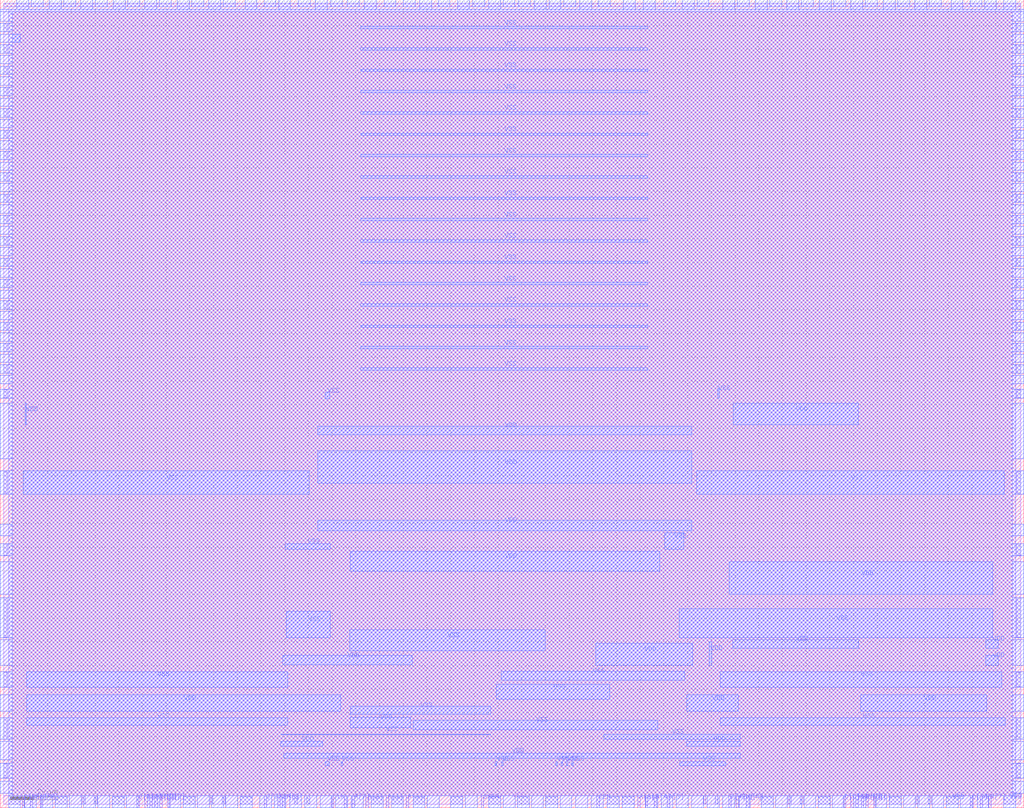
<source format=lef>
VERSION 5.7 ;
  NOWIREEXTENSIONATPIN ON ;
  DIVIDERCHAR "/" ;
  BUSBITCHARS "[]" ;
MACRO gf180mcu_fd_ip_sram__sram256x8m8wm1
  CLASS BLOCK ;
  FOREIGN gf180mcu_fd_ip_sram__sram256x8m8wm1 ;
  ORIGIN 0.000 0.000 ;
  SIZE 431.860 BY 340.880 ;
  SYMMETRY X Y R90 ;
  PIN A[7]
    DIRECTION INPUT ;
    USE SIGNAL ;
    ANTENNADIFFAREA 1.997600 ;
    PORT
      LAYER Metal2 ;
        RECT 148.525 0.000 149.645 5.000 ;
    END
  END A[7]
  PIN A[6]
    DIRECTION INPUT ;
    USE SIGNAL ;
    ANTENNADIFFAREA 1.997600 ;
    PORT
      LAYER Metal2 ;
        RECT 268.860 0.000 269.980 5.000 ;
    END
  END A[6]
  PIN A[5]
    DIRECTION INPUT ;
    USE SIGNAL ;
    ANTENNADIFFAREA 1.997600 ;
    PORT
      LAYER Metal2 ;
        RECT 272.085 0.000 273.205 5.000 ;
    END
  END A[5]
  PIN A[4]
    DIRECTION INPUT ;
    USE SIGNAL ;
    ANTENNADIFFAREA 1.997600 ;
    PORT
      LAYER Metal2 ;
        RECT 275.820 0.000 276.940 5.000 ;
    END
  END A[4]
  PIN A[3]
    DIRECTION INPUT ;
    USE SIGNAL ;
    ANTENNADIFFAREA 1.997600 ;
    PORT
      LAYER Metal2 ;
        RECT 281.325 0.000 282.445 5.000 ;
    END
  END A[3]
  PIN A[2]
    DIRECTION INPUT ;
    USE SIGNAL ;
    ANTENNADIFFAREA 1.997600 ;
    PORT
      LAYER Metal2 ;
        RECT 154.295 0.000 155.415 5.000 ;
    END
  END A[2]
  PIN A[1]
    DIRECTION INPUT ;
    USE SIGNAL ;
    ANTENNADIFFAREA 1.997600 ;
    PORT
      LAYER Metal2 ;
        RECT 162.760 0.000 163.880 5.000 ;
    END
  END A[1]
  PIN A[0]
    DIRECTION INPUT ;
    USE SIGNAL ;
    ANTENNADIFFAREA 1.997600 ;
    PORT
      LAYER Metal2 ;
        RECT 171.215 0.000 172.335 5.000 ;
    END
  END A[0]
  PIN CEN
    DIRECTION INPUT ;
    USE SIGNAL ;
    ANTENNADIFFAREA 1.997600 ;
    PORT
      LAYER Metal2 ;
        RECT 251.710 0.000 252.830 5.000 ;
    END
  END CEN
  PIN CLK
    DIRECTION INPUT ;
    USE SIGNAL ;
    ANTENNAGATEAREA 44.706600 ;
    PORT
      LAYER Metal2 ;
        RECT 139.680 0.000 140.800 5.000 ;
    END
  END CLK
  PIN D[7]
    DIRECTION INPUT ;
    USE SIGNAL ;
    ANTENNAGATEAREA 1.152000 ;
    PORT
      LAYER Metal2 ;
        RECT 416.860 0.000 417.980 5.000 ;
    END
  END D[7]
  PIN D[6]
    DIRECTION INPUT ;
    USE SIGNAL ;
    ANTENNAGATEAREA 1.152000 ;
    PORT
      LAYER Metal2 ;
        RECT 365.150 0.000 366.270 5.000 ;
    END
  END D[6]
  PIN D[5]
    DIRECTION INPUT ;
    USE SIGNAL ;
    ANTENNAGATEAREA 1.152000 ;
    PORT
      LAYER Metal2 ;
        RECT 358.910 0.000 360.030 5.000 ;
    END
  END D[5]
  PIN D[4]
    DIRECTION INPUT ;
    USE SIGNAL ;
    ANTENNAGATEAREA 1.152000 ;
    PORT
      LAYER Metal2 ;
        RECT 307.235 0.000 308.355 5.000 ;
    END
  END D[4]
  PIN D[3]
    DIRECTION INPUT ;
    USE SIGNAL ;
    ANTENNAGATEAREA 1.152000 ;
    PORT
      LAYER Metal2 ;
        RECT 118.975 0.000 120.095 5.000 ;
    END
  END D[3]
  PIN D[2]
    DIRECTION INPUT ;
    USE SIGNAL ;
    ANTENNAGATEAREA 1.152000 ;
    PORT
      LAYER Metal2 ;
        RECT 67.270 0.000 68.390 5.000 ;
    END
  END D[2]
  PIN D[1]
    DIRECTION INPUT ;
    USE SIGNAL ;
    ANTENNAGATEAREA 1.152000 ;
    PORT
      LAYER Metal2 ;
        RECT 61.030 0.000 62.150 5.000 ;
    END
  END D[1]
  PIN D[0]
    DIRECTION INPUT ;
    USE SIGNAL ;
    ANTENNAGATEAREA 1.152000 ;
    PORT
      LAYER Metal2 ;
        RECT 9.320 0.000 10.440 5.000 ;
    END
  END D[0]
  PIN GWEN
    DIRECTION INPUT ;
    USE SIGNAL ;
    ANTENNAGATEAREA 14.466000 ;
    PORT
      LAYER Metal2 ;
        RECT 202.940 0.000 204.060 5.000 ;
    END
  END GWEN
  PIN Q[7]
    DIRECTION OUTPUT ;
    USE SIGNAL ;
    ANTENNADIFFAREA 11.328000 ;
    PORT
      LAYER Metal2 ;
        RECT 409.275 0.000 410.395 5.000 ;
    END
  END Q[7]
  PIN Q[6]
    DIRECTION OUTPUT ;
    USE SIGNAL ;
    ANTENNADIFFAREA 11.328000 ;
    PORT
      LAYER Metal2 ;
        RECT 368.515 0.000 369.635 5.000 ;
    END
  END Q[6]
  PIN Q[5]
    DIRECTION OUTPUT ;
    USE SIGNAL ;
    ANTENNADIFFAREA 11.328000 ;
    PORT
      LAYER Metal2 ;
        RECT 355.545 0.000 356.665 5.000 ;
    END
  END Q[5]
  PIN Q[4]
    DIRECTION OUTPUT ;
    USE SIGNAL ;
    ANTENNADIFFAREA 11.328000 ;
    PORT
      LAYER Metal2 ;
        RECT 314.790 0.000 315.910 5.000 ;
    END
  END Q[4]
  PIN Q[3]
    DIRECTION OUTPUT ;
    USE SIGNAL ;
    ANTENNADIFFAREA 11.328000 ;
    PORT
      LAYER Metal2 ;
        RECT 111.395 0.000 112.515 5.000 ;
    END
  END Q[3]
  PIN Q[2]
    DIRECTION OUTPUT ;
    USE SIGNAL ;
    ANTENNADIFFAREA 11.328000 ;
    PORT
      LAYER Metal2 ;
        RECT 70.635 0.000 71.755 5.000 ;
    END
  END Q[2]
  PIN Q[1]
    DIRECTION OUTPUT ;
    USE SIGNAL ;
    ANTENNADIFFAREA 11.328000 ;
    PORT
      LAYER Metal2 ;
        RECT 57.665 0.000 58.785 5.000 ;
    END
  END Q[1]
  PIN Q[0]
    DIRECTION OUTPUT ;
    USE SIGNAL ;
    ANTENNADIFFAREA 11.328000 ;
    PORT
      LAYER Metal2 ;
        RECT 16.900 0.000 18.020 5.000 ;
    END
  END Q[0]
  PIN VDD
    DIRECTION INOUT ;
    USE POWER ;
    PORT
      LAYER Metal2 ;
        RECT 3.530 335.880 430.450 336.880 ;
        RECT 3.530 5.000 5.000 335.880 ;
        RECT 426.860 331.880 430.450 335.880 ;
        RECT 426.860 5.000 428.330 331.880 ;
        RECT 3.530 1.410 8.530 5.000 ;
        RECT 423.330 1.410 428.330 5.000 ;
      LAYER Metal3 ;
        RECT 7.005 336.880 12.005 340.880 ;
        RECT 20.685 336.880 25.685 340.880 ;
        RECT 34.005 336.880 39.005 340.880 ;
        RECT 47.685 336.880 52.685 340.880 ;
        RECT 61.005 336.880 66.005 340.880 ;
        RECT 74.685 336.880 79.685 340.880 ;
        RECT 88.005 336.880 93.005 340.880 ;
        RECT 103.265 336.880 108.265 340.880 ;
        RECT 117.415 336.880 122.415 340.880 ;
        RECT 132.860 336.880 137.860 340.880 ;
        RECT 153.550 336.880 158.550 340.880 ;
        RECT 177.075 336.880 182.075 340.880 ;
        RECT 192.925 336.880 197.925 340.880 ;
        RECT 206.150 336.880 211.150 340.880 ;
        RECT 225.345 336.880 230.345 340.880 ;
        RECT 231.565 336.880 236.565 340.880 ;
        RECT 244.505 336.880 249.505 340.880 ;
        RECT 262.845 336.880 267.845 340.880 ;
        RECT 271.310 336.880 276.310 340.880 ;
        RECT 287.735 336.880 292.735 340.880 ;
        RECT 304.885 336.880 309.885 340.880 ;
        RECT 318.565 336.880 323.565 340.880 ;
        RECT 331.885 337.840 336.890 340.880 ;
        RECT 331.890 336.880 336.890 337.840 ;
        RECT 345.565 336.880 350.565 340.880 ;
        RECT 358.885 336.880 363.885 340.880 ;
        RECT 372.565 336.880 377.565 340.880 ;
        RECT 385.885 336.880 390.885 340.880 ;
        RECT 401.145 336.880 406.145 340.880 ;
        RECT 415.295 336.880 420.295 340.880 ;
        RECT 423.330 336.880 428.330 340.880 ;
        RECT 0.000 335.880 431.860 336.880 ;
        RECT 0.000 331.880 5.000 335.880 ;
        RECT 426.860 331.880 431.860 335.880 ;
        RECT 0.000 322.880 8.530 326.380 ;
        RECT 426.860 322.880 431.860 326.380 ;
        RECT 0.000 313.880 5.000 317.380 ;
        RECT 426.860 313.880 431.860 317.380 ;
        RECT 0.000 304.880 5.000 308.380 ;
        RECT 426.860 304.880 431.860 308.380 ;
        RECT 0.000 295.880 5.000 299.380 ;
        RECT 426.860 295.880 431.860 299.380 ;
        RECT 0.000 286.880 5.000 290.380 ;
        RECT 426.860 286.880 431.860 290.380 ;
        RECT 0.000 277.880 5.000 281.380 ;
        RECT 426.860 277.880 431.860 281.380 ;
        RECT 0.000 268.880 5.000 272.380 ;
        RECT 426.860 268.880 431.860 272.380 ;
        RECT 0.000 259.880 5.000 263.380 ;
        RECT 426.860 259.880 431.860 263.380 ;
        RECT 0.000 250.880 5.000 254.380 ;
        RECT 426.860 250.880 431.860 254.380 ;
        RECT 0.000 241.880 5.000 245.380 ;
        RECT 426.860 241.880 431.860 245.380 ;
        RECT 0.000 232.880 5.000 236.380 ;
        RECT 426.860 232.880 431.860 236.380 ;
        RECT 0.000 223.880 5.000 227.380 ;
        RECT 426.860 223.880 431.860 227.380 ;
        RECT 0.000 214.880 5.000 218.380 ;
        RECT 426.860 214.880 431.860 218.380 ;
        RECT 0.000 205.880 5.000 209.380 ;
        RECT 426.860 205.880 431.860 209.380 ;
        RECT 0.000 196.880 5.000 200.380 ;
        RECT 426.860 196.880 431.860 200.380 ;
        RECT 0.000 187.880 5.000 191.380 ;
        RECT 426.860 187.880 431.860 191.380 ;
        RECT 0.000 178.880 5.000 182.380 ;
        RECT 426.860 178.880 431.860 182.380 ;
        RECT 0.000 147.150 5.000 170.625 ;
        RECT 426.860 147.150 431.860 170.625 ;
        RECT 0.000 114.690 5.000 119.690 ;
        RECT 426.860 114.690 431.860 119.690 ;
        RECT 0.000 90.080 5.000 103.695 ;
        RECT 426.860 90.080 431.860 103.695 ;
        RECT 0.000 60.180 5.000 70.890 ;
        RECT 426.860 60.180 431.860 70.890 ;
        RECT 0.000 40.760 5.000 47.575 ;
        RECT 426.860 40.760 431.860 47.575 ;
        RECT 0.000 20.300 5.000 28.145 ;
        RECT 426.860 20.300 431.860 28.145 ;
        RECT 0.000 6.160 5.000 11.160 ;
        RECT 3.530 5.000 5.000 6.160 ;
        RECT 426.860 6.160 431.860 11.160 ;
        RECT 426.860 5.000 428.330 6.160 ;
        RECT 3.530 0.000 8.530 5.000 ;
        RECT 10.195 0.000 15.195 5.000 ;
        RECT 17.210 0.000 22.210 5.000 ;
        RECT 29.210 0.000 34.210 5.000 ;
        RECT 35.210 0.000 40.210 5.000 ;
        RECT 41.210 0.000 46.210 5.000 ;
        RECT 53.210 0.000 58.210 5.000 ;
        RECT 62.215 0.000 67.215 5.000 ;
        RECT 71.210 0.000 76.210 5.000 ;
        RECT 83.210 0.000 88.210 5.000 ;
        RECT 89.210 0.000 94.210 5.000 ;
        RECT 95.210 0.000 100.210 5.000 ;
        RECT 109.550 0.000 114.550 5.000 ;
        RECT 115.550 0.000 120.550 5.000 ;
        RECT 122.050 0.000 127.050 5.000 ;
        RECT 128.550 0.000 133.550 5.000 ;
        RECT 135.050 0.000 140.050 5.000 ;
        RECT 141.550 0.000 146.550 5.000 ;
        RECT 148.050 0.000 153.050 5.000 ;
        RECT 180.155 0.000 185.155 5.000 ;
        RECT 196.140 0.000 201.140 5.000 ;
        RECT 212.165 0.000 217.165 5.000 ;
        RECT 224.165 0.000 229.165 5.000 ;
        RECT 236.165 0.000 241.165 5.000 ;
        RECT 242.830 0.000 247.830 5.000 ;
        RECT 249.380 0.000 254.380 5.000 ;
        RECT 272.290 0.000 277.290 5.000 ;
        RECT 278.790 0.000 283.790 5.000 ;
        RECT 285.290 0.000 290.290 5.000 ;
        RECT 291.790 0.000 296.790 5.000 ;
        RECT 298.290 0.000 303.290 5.000 ;
        RECT 304.790 0.000 309.790 5.000 ;
        RECT 311.475 0.000 316.475 5.000 ;
        RECT 327.090 0.000 332.090 5.000 ;
        RECT 333.090 0.000 338.090 5.000 ;
        RECT 339.090 0.000 344.090 5.000 ;
        RECT 351.090 0.000 356.090 5.000 ;
        RECT 360.085 0.000 365.085 5.000 ;
        RECT 369.090 0.000 374.090 5.000 ;
        RECT 381.090 0.000 386.090 5.000 ;
        RECT 387.090 0.000 392.090 5.000 ;
        RECT 393.090 0.000 398.090 5.000 ;
        RECT 405.090 0.000 410.090 5.000 ;
        RECT 412.095 0.000 417.095 5.000 ;
        RECT 423.330 0.000 428.330 5.000 ;
    END
    PORT
      LAYER Metal3 ;
        RECT 11.130 40.770 143.645 47.575 ;
    END
    PORT
      LAYER Metal3 ;
        RECT 147.685 33.720 173.110 38.260 ;
    END
    PORT
      LAYER Metal3 ;
        RECT 10.475 161.575 10.940 170.630 ;
    END
    PORT
      LAYER Metal3 ;
        RECT 133.860 157.430 291.755 160.995 ;
    END
    PORT
      LAYER Metal3 ;
        RECT 133.860 136.910 291.755 150.525 ;
    END
    PORT
      LAYER Metal3 ;
        RECT 309.265 161.575 361.915 170.625 ;
    END
    PORT
      LAYER Metal3 ;
        RECT 133.850 116.850 291.740 121.390 ;
    END
    PORT
      LAYER Metal3 ;
        RECT 147.565 99.845 278.225 108.125 ;
    END
    PORT
      LAYER Metal3 ;
        RECT 307.510 90.075 418.815 103.695 ;
    END
    PORT
      LAYER Metal3 ;
        RECT 119.105 60.230 173.805 64.235 ;
    END
    PORT
      LAYER Metal3 ;
        RECT 251.140 60.175 292.105 69.330 ;
    END
    PORT
      LAYER Metal3 ;
        RECT 299.130 60.175 300.130 70.085 ;
    END
    PORT
      LAYER Metal3 ;
        RECT 309.035 67.305 362.145 70.890 ;
    END
    PORT
      LAYER Metal3 ;
        RECT 415.845 60.175 421.105 64.235 ;
    END
    PORT
      LAYER Metal3 ;
        RECT 415.845 67.305 421.105 70.895 ;
    END
    PORT
      LAYER Metal3 ;
        RECT 289.545 40.770 311.390 47.580 ;
    END
    PORT
      LAYER Metal3 ;
        RECT 363.010 40.760 416.170 47.575 ;
    END
    PORT
      LAYER Metal3 ;
        RECT 118.435 25.875 136.070 28.150 ;
    END
    PORT
      LAYER Metal3 ;
        RECT 119.545 20.830 312.145 23.095 ;
    END
    PORT
      LAYER Metal3 ;
        RECT 289.545 25.875 312.145 28.150 ;
    END
  END VDD
  PIN VSS
    DIRECTION INOUT ;
    USE GROUND ;
    PORT
      LAYER Metal1 ;
        RECT 1.410 335.880 430.450 339.470 ;
        RECT 1.410 5.000 5.000 335.880 ;
        RECT 426.860 5.000 430.450 335.880 ;
        RECT 1.410 1.410 430.450 5.000 ;
      LAYER Metal2 ;
        RECT 1.410 337.840 430.450 339.470 ;
        RECT 1.410 327.390 3.030 330.870 ;
        RECT 428.830 327.390 430.450 330.870 ;
        RECT 1.410 318.390 3.030 321.870 ;
        RECT 428.830 318.390 430.450 321.870 ;
        RECT 1.410 309.390 3.030 312.870 ;
        RECT 428.830 309.390 430.450 312.870 ;
        RECT 1.410 300.390 3.030 303.870 ;
        RECT 428.830 300.390 430.450 303.870 ;
        RECT 1.410 291.390 3.030 294.870 ;
        RECT 428.830 291.390 430.450 294.870 ;
        RECT 1.410 282.390 3.030 285.870 ;
        RECT 428.830 282.390 430.450 285.870 ;
        RECT 1.410 273.390 3.030 276.870 ;
        RECT 428.830 273.390 430.450 276.870 ;
        RECT 1.410 264.390 3.030 267.870 ;
        RECT 428.830 264.390 430.450 267.870 ;
        RECT 1.410 255.390 3.030 258.870 ;
        RECT 428.830 255.390 430.450 258.870 ;
        RECT 1.410 246.390 3.030 249.870 ;
        RECT 428.830 246.390 430.450 249.870 ;
        RECT 1.410 237.390 3.030 240.870 ;
        RECT 428.830 237.390 430.450 240.870 ;
        RECT 1.410 228.390 3.030 231.870 ;
        RECT 428.830 228.390 430.450 231.870 ;
        RECT 1.410 219.390 3.030 222.870 ;
        RECT 428.830 219.390 430.450 222.870 ;
        RECT 1.410 210.390 3.030 213.870 ;
        RECT 428.830 210.390 430.450 213.870 ;
        RECT 1.410 201.390 3.030 204.870 ;
        RECT 428.830 201.390 430.450 204.870 ;
        RECT 1.410 192.390 3.030 195.870 ;
        RECT 428.830 192.390 430.450 195.870 ;
        RECT 1.410 183.390 3.030 186.870 ;
        RECT 428.830 183.390 430.450 186.870 ;
        RECT 1.410 172.890 3.030 176.370 ;
        RECT 428.830 172.890 430.450 176.370 ;
        RECT 1.410 132.690 3.030 141.750 ;
        RECT 428.830 132.690 430.450 141.750 ;
        RECT 1.410 106.555 3.030 111.275 ;
        RECT 428.830 106.555 430.450 111.275 ;
        RECT 1.410 71.990 3.030 88.490 ;
        RECT 428.830 71.990 430.450 88.490 ;
        RECT 1.410 51.135 3.030 57.095 ;
        RECT 428.830 51.135 430.450 57.095 ;
        RECT 1.410 28.855 3.030 37.915 ;
        RECT 428.830 28.855 430.450 37.915 ;
        RECT 1.410 12.635 3.030 18.595 ;
        RECT 428.830 12.635 430.450 18.595 ;
        RECT 23.210 1.410 28.210 5.000 ;
        RECT 34.635 1.410 35.755 5.000 ;
        RECT 39.730 1.410 40.850 5.000 ;
        RECT 47.210 1.410 52.210 5.000 ;
        RECT 77.210 1.410 82.210 5.000 ;
        RECT 88.635 1.410 89.755 5.000 ;
        RECT 93.730 1.410 94.850 5.000 ;
        RECT 101.210 1.410 106.210 5.000 ;
        RECT 124.280 1.410 125.400 5.000 ;
        RECT 129.365 1.410 130.485 5.000 ;
        RECT 145.030 0.000 146.150 5.000 ;
        RECT 156.620 1.410 161.620 5.000 ;
        RECT 165.110 1.410 170.110 5.000 ;
        RECT 174.155 1.410 179.155 5.000 ;
        RECT 190.140 1.410 195.140 5.000 ;
        RECT 206.165 1.410 211.165 5.000 ;
        RECT 218.165 1.410 223.165 5.000 ;
        RECT 230.165 1.410 235.165 5.000 ;
        RECT 256.165 1.410 261.165 5.000 ;
        RECT 262.390 1.410 267.390 5.000 ;
        RECT 296.565 1.410 297.685 5.000 ;
        RECT 301.650 1.410 302.770 5.000 ;
        RECT 321.090 1.410 326.090 5.000 ;
        RECT 332.510 1.410 333.630 5.000 ;
        RECT 337.605 1.410 338.725 5.000 ;
        RECT 345.090 1.410 350.090 5.000 ;
        RECT 375.090 1.410 380.090 5.000 ;
        RECT 386.505 1.410 387.625 5.000 ;
        RECT 391.600 1.410 392.720 5.000 ;
        RECT 399.090 1.410 404.090 5.000 ;
      LAYER Metal3 ;
        RECT 13.130 337.840 18.130 340.880 ;
        RECT 26.810 337.840 31.810 340.880 ;
        RECT 40.130 337.840 45.130 340.880 ;
        RECT 53.810 337.840 58.810 340.880 ;
        RECT 67.130 337.840 72.130 340.880 ;
        RECT 80.810 337.840 85.810 340.880 ;
        RECT 94.130 337.840 99.130 340.880 ;
        RECT 111.290 337.840 116.290 340.880 ;
        RECT 125.790 337.840 130.790 340.880 ;
        RECT 139.385 337.840 144.385 340.880 ;
        RECT 146.365 337.840 151.365 340.880 ;
        RECT 161.905 337.840 166.905 340.880 ;
        RECT 170.120 337.840 175.120 340.880 ;
        RECT 184.740 337.840 189.740 340.880 ;
        RECT 199.410 337.840 204.410 340.880 ;
        RECT 212.150 337.840 217.150 340.880 ;
        RECT 218.565 337.840 223.565 340.880 ;
        RECT 237.690 337.840 242.690 340.880 ;
        RECT 252.325 337.840 257.325 340.880 ;
        RECT 279.950 337.840 284.950 340.880 ;
        RECT 293.955 337.840 298.955 340.880 ;
        RECT 311.010 337.840 316.010 340.880 ;
        RECT 324.690 337.840 329.690 340.880 ;
        RECT 338.010 337.840 343.015 340.880 ;
        RECT 351.690 337.840 356.690 340.880 ;
        RECT 365.010 337.840 370.010 340.880 ;
        RECT 378.690 337.840 383.690 340.880 ;
        RECT 392.010 337.840 397.010 340.880 ;
        RECT 409.170 337.840 414.170 340.880 ;
        RECT 0.000 327.380 5.000 330.880 ;
        RECT 426.860 327.380 431.860 330.880 ;
        RECT 0.000 318.380 5.000 321.880 ;
        RECT 426.860 318.380 431.860 321.880 ;
        RECT 0.000 309.380 5.000 312.880 ;
        RECT 426.860 309.380 431.860 312.880 ;
        RECT 0.000 300.380 5.000 303.880 ;
        RECT 426.860 300.380 431.860 303.880 ;
        RECT 0.000 291.380 5.000 294.880 ;
        RECT 426.860 291.380 431.860 294.880 ;
        RECT 0.000 282.380 5.000 285.880 ;
        RECT 426.860 282.380 431.860 285.880 ;
        RECT 0.000 273.380 5.000 276.880 ;
        RECT 426.860 273.380 431.860 276.880 ;
        RECT 0.000 264.380 5.000 267.880 ;
        RECT 426.860 264.380 431.860 267.880 ;
        RECT 0.000 255.380 5.000 258.880 ;
        RECT 426.860 255.380 431.860 258.880 ;
        RECT 0.000 246.380 5.000 249.880 ;
        RECT 426.860 246.380 431.860 249.880 ;
        RECT 0.000 237.380 5.000 240.880 ;
        RECT 426.860 237.380 431.860 240.880 ;
        RECT 0.000 228.380 5.000 231.880 ;
        RECT 426.860 228.380 431.860 231.880 ;
        RECT 0.000 219.380 5.000 222.880 ;
        RECT 426.860 219.380 431.860 222.880 ;
        RECT 0.000 210.380 5.000 213.880 ;
        RECT 426.860 210.380 431.860 213.880 ;
        RECT 0.000 201.380 5.000 204.880 ;
        RECT 426.860 201.380 431.860 204.880 ;
        RECT 0.000 192.380 5.000 195.880 ;
        RECT 426.860 192.380 431.860 195.880 ;
        RECT 0.000 183.380 5.000 186.880 ;
        RECT 426.860 183.380 431.860 186.880 ;
        RECT 0.000 172.680 5.000 176.630 ;
        RECT 426.860 172.680 431.860 176.630 ;
        RECT 0.000 132.175 5.000 142.080 ;
        RECT 426.860 132.175 431.860 142.080 ;
        RECT 0.000 106.410 5.000 111.410 ;
        RECT 426.860 106.410 431.860 111.410 ;
        RECT 0.000 71.640 5.000 88.650 ;
        RECT 426.860 71.640 431.860 88.650 ;
        RECT 0.000 50.880 5.000 57.465 ;
        RECT 426.860 50.880 431.860 57.465 ;
        RECT 0.000 28.830 5.000 37.980 ;
        RECT 426.860 28.830 431.860 37.980 ;
        RECT 0.000 12.510 5.000 18.860 ;
        RECT 426.860 12.510 431.860 18.860 ;
        RECT 23.210 0.000 28.210 4.660 ;
        RECT 47.210 0.000 52.210 4.660 ;
        RECT 77.210 0.000 82.210 4.660 ;
        RECT 101.210 0.000 106.210 4.660 ;
        RECT 156.620 0.000 161.620 4.660 ;
        RECT 165.110 0.000 170.110 4.660 ;
        RECT 174.155 0.000 179.155 4.660 ;
        RECT 190.140 0.000 195.140 4.660 ;
        RECT 206.165 0.000 211.165 4.660 ;
        RECT 218.165 0.000 223.165 4.660 ;
        RECT 230.165 0.000 235.165 4.660 ;
        RECT 256.165 0.000 261.165 4.660 ;
        RECT 262.390 0.000 267.390 4.660 ;
        RECT 321.090 0.000 326.090 4.660 ;
        RECT 345.090 0.000 350.090 4.660 ;
        RECT 375.090 0.000 380.090 4.660 ;
        RECT 399.090 0.000 404.090 4.660 ;
    END
    PORT
      LAYER Metal3 ;
        RECT 9.770 132.175 130.350 142.170 ;
    END
    PORT
      LAYER Metal3 ;
        RECT 11.245 50.870 121.250 57.455 ;
    END
    PORT
      LAYER Metal3 ;
        RECT 137.210 172.470 138.910 175.310 ;
    END
    PORT
      LAYER Metal3 ;
        RECT 152.010 328.630 273.110 329.640 ;
    END
    PORT
      LAYER Metal3 ;
        RECT 152.015 319.630 273.110 320.640 ;
    END
    PORT
      LAYER Metal3 ;
        RECT 152.015 310.630 273.110 311.640 ;
    END
    PORT
      LAYER Metal3 ;
        RECT 152.015 301.630 273.110 302.640 ;
    END
    PORT
      LAYER Metal3 ;
        RECT 152.015 292.630 273.110 293.640 ;
    END
    PORT
      LAYER Metal3 ;
        RECT 152.015 283.630 273.110 284.640 ;
    END
    PORT
      LAYER Metal3 ;
        RECT 152.015 274.630 273.110 275.640 ;
    END
    PORT
      LAYER Metal3 ;
        RECT 152.015 265.630 273.110 266.640 ;
    END
    PORT
      LAYER Metal3 ;
        RECT 152.015 256.630 273.110 257.640 ;
    END
    PORT
      LAYER Metal3 ;
        RECT 152.015 247.630 273.110 248.640 ;
    END
    PORT
      LAYER Metal3 ;
        RECT 152.015 238.630 273.110 239.640 ;
    END
    PORT
      LAYER Metal3 ;
        RECT 152.015 229.630 273.110 230.640 ;
    END
    PORT
      LAYER Metal3 ;
        RECT 152.015 220.630 273.110 221.640 ;
    END
    PORT
      LAYER Metal3 ;
        RECT 152.015 211.630 273.110 212.640 ;
    END
    PORT
      LAYER Metal3 ;
        RECT 152.015 202.630 273.110 203.640 ;
    END
    PORT
      LAYER Metal3 ;
        RECT 152.015 193.630 273.110 194.640 ;
    END
    PORT
      LAYER Metal3 ;
        RECT 152.015 184.630 273.110 185.640 ;
    END
    PORT
      LAYER Metal3 ;
        RECT 302.795 172.680 303.235 176.935 ;
    END
    PORT
      LAYER Metal3 ;
        RECT 293.925 132.175 423.585 142.170 ;
    END
    PORT
      LAYER Metal3 ;
        RECT 120.180 109.130 139.130 111.410 ;
    END
    PORT
      LAYER Metal3 ;
        RECT 280.390 109.130 288.385 115.995 ;
    END
    PORT
      LAYER Metal3 ;
        RECT 120.555 71.645 139.140 82.990 ;
    END
    PORT
      LAYER Metal3 ;
        RECT 147.390 66.215 229.885 75.075 ;
    END
    PORT
      LAYER Metal3 ;
        RECT 286.475 71.635 418.815 83.920 ;
    END
    PORT
      LAYER Metal3 ;
        RECT 211.305 53.700 288.680 57.635 ;
    END
    PORT
      LAYER Metal3 ;
        RECT 303.680 50.865 422.410 57.455 ;
    END
    PORT
      LAYER Metal3 ;
        RECT 11.245 34.900 121.250 37.975 ;
    END
    PORT
      LAYER Metal3 ;
        RECT 118.435 30.885 206.985 30.995 ;
    END
    PORT
      LAYER Metal3 ;
        RECT 147.565 39.500 206.985 42.910 ;
    END
    PORT
      LAYER Metal3 ;
        RECT 174.300 32.960 277.410 36.960 ;
    END
    PORT
      LAYER Metal3 ;
        RECT 209.285 45.825 257.150 52.100 ;
    END
    PORT
      LAYER Metal3 ;
        RECT 254.610 28.830 312.145 30.995 ;
    END
    PORT
      LAYER Metal3 ;
        RECT 303.680 34.900 423.935 37.975 ;
    END
    PORT
      LAYER Metal3 ;
        RECT 137.190 17.620 138.890 19.380 ;
    END
    PORT
      LAYER Metal3 ;
        RECT 143.820 17.620 144.470 19.380 ;
    END
    PORT
      LAYER Metal3 ;
        RECT 208.870 17.620 209.520 19.380 ;
    END
    PORT
      LAYER Metal3 ;
        RECT 211.495 17.620 212.145 19.380 ;
    END
    PORT
      LAYER Metal3 ;
        RECT 234.365 17.620 235.015 19.380 ;
    END
    PORT
      LAYER Metal3 ;
        RECT 236.605 17.620 237.255 19.380 ;
    END
    PORT
      LAYER Metal3 ;
        RECT 238.845 17.620 239.495 19.380 ;
    END
    PORT
      LAYER Metal3 ;
        RECT 241.085 17.620 241.735 19.380 ;
    END
    PORT
      LAYER Metal3 ;
        RECT 286.725 17.620 306.075 19.380 ;
    END
  END VSS
  PIN WEN[7]
    DIRECTION INPUT ;
    USE SIGNAL ;
    ANTENNAGATEAREA 1.938000 ;
    PORT
      LAYER Metal2 ;
        RECT 413.475 0.000 414.595 5.000 ;
    END
  END WEN[7]
  PIN WEN[6]
    DIRECTION INPUT ;
    USE SIGNAL ;
    ANTENNAGATEAREA 1.938000 ;
    PORT
      LAYER Metal2 ;
        RECT 363.150 0.000 364.270 5.000 ;
    END
  END WEN[6]
  PIN WEN[5]
    DIRECTION INPUT ;
    USE SIGNAL ;
    ANTENNAGATEAREA 1.938000 ;
    PORT
      LAYER Metal2 ;
        RECT 360.900 0.000 362.020 5.000 ;
    END
  END WEN[5]
  PIN WEN[4]
    DIRECTION INPUT ;
    USE SIGNAL ;
    ANTENNAGATEAREA 1.938000 ;
    PORT
      LAYER Metal2 ;
        RECT 310.575 0.000 311.695 5.000 ;
    END
  END WEN[4]
  PIN WEN[3]
    DIRECTION INPUT ;
    USE SIGNAL ;
    ANTENNAGATEAREA 1.938000 ;
    PORT
      LAYER Metal2 ;
        RECT 117.020 0.000 118.140 5.000 ;
    END
  END WEN[3]
  PIN WEN[2]
    DIRECTION INPUT ;
    USE SIGNAL ;
    ANTENNAGATEAREA 1.938000 ;
    PORT
      LAYER Metal2 ;
        RECT 65.270 0.000 66.390 5.000 ;
    END
  END WEN[2]
  PIN WEN[1]
    DIRECTION INPUT ;
    USE SIGNAL ;
    ANTENNAGATEAREA 1.938000 ;
    PORT
      LAYER Metal2 ;
        RECT 63.020 0.000 64.140 5.000 ;
    END
  END WEN[1]
  PIN WEN[0]
    DIRECTION INPUT ;
    USE SIGNAL ;
    ANTENNAGATEAREA 1.938000 ;
    PORT
      LAYER Metal2 ;
        RECT 12.695 0.000 13.815 5.000 ;
    END
  END WEN[0]
  OBS
      LAYER Metal1 ;
        RECT 5.000 5.000 426.860 335.880 ;
      LAYER Metal2 ;
        RECT 5.000 5.000 426.860 335.880 ;
      LAYER Metal3 ;
        RECT 5.000 5.000 426.860 335.880 ;
  END
END gf180mcu_fd_ip_sram__sram256x8m8wm1
END LIBRARY


</source>
